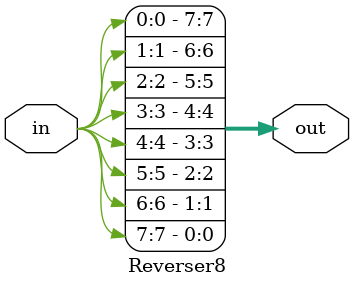
<source format=v>
`timescale 1ns / 1ps
module Reverser8(
	input [7:0]in,
	output [7:0]out);
	
	assign out[7] = in[0];
	assign out[6] = in[1];
	assign out[5] = in[2];
	assign out[4] = in[3];
	assign out[3] = in[4];
	assign out[2] = in[5];
	assign out[1] = in[6];
	assign out[0] = in[7];

endmodule

</source>
